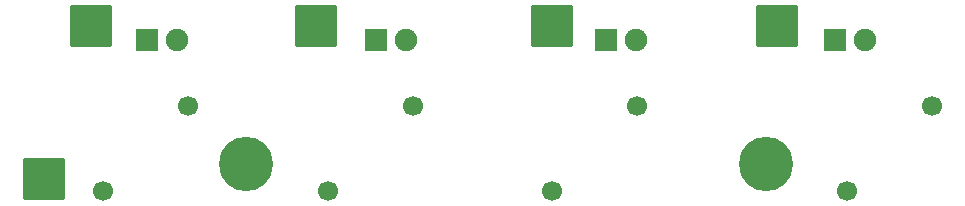
<source format=gbr>
%TF.GenerationSoftware,KiCad,Pcbnew,6.0.5*%
%TF.CreationDate,2022-09-22T17:46:00+02:00*%
%TF.ProjectId,ABS_Simulator_LEDs_b,4142535f-5369-46d7-956c-61746f725f4c,1.0*%
%TF.SameCoordinates,Original*%
%TF.FileFunction,Soldermask,Top*%
%TF.FilePolarity,Negative*%
%FSLAX46Y46*%
G04 Gerber Fmt 4.6, Leading zero omitted, Abs format (unit mm)*
G04 Created by KiCad (PCBNEW 6.0.5) date 2022-09-22 17:46:00*
%MOMM*%
%LPD*%
G01*
G04 APERTURE LIST*
G04 Aperture macros list*
%AMRoundRect*
0 Rectangle with rounded corners*
0 $1 Rounding radius*
0 $2 $3 $4 $5 $6 $7 $8 $9 X,Y pos of 4 corners*
0 Add a 4 corners polygon primitive as box body*
4,1,4,$2,$3,$4,$5,$6,$7,$8,$9,$2,$3,0*
0 Add four circle primitives for the rounded corners*
1,1,$1+$1,$2,$3*
1,1,$1+$1,$4,$5*
1,1,$1+$1,$6,$7*
1,1,$1+$1,$8,$9*
0 Add four rect primitives between the rounded corners*
20,1,$1+$1,$2,$3,$4,$5,0*
20,1,$1+$1,$4,$5,$6,$7,0*
20,1,$1+$1,$6,$7,$8,$9,0*
20,1,$1+$1,$8,$9,$2,$3,0*%
%AMHorizOval*
0 Thick line with rounded ends*
0 $1 width*
0 $2 $3 position (X,Y) of the first rounded end (center of the circle)*
0 $4 $5 position (X,Y) of the second rounded end (center of the circle)*
0 Add line between two ends*
20,1,$1,$2,$3,$4,$5,0*
0 Add two circle primitives to create the rounded ends*
1,1,$1,$2,$3*
1,1,$1,$4,$5*%
G04 Aperture macros list end*
%ADD10RoundRect,0.050000X-0.900000X-0.900000X0.900000X-0.900000X0.900000X0.900000X-0.900000X0.900000X0*%
%ADD11C,1.900000*%
%ADD12C,4.600000*%
%ADD13RoundRect,0.300002X-1.499998X-1.499998X1.499998X-1.499998X1.499998X1.499998X-1.499998X1.499998X0*%
%ADD14C,1.700000*%
%ADD15HorizOval,1.700000X0.000000X0.000000X0.000000X0.000000X0*%
G04 APERTURE END LIST*
D10*
%TO.C,D4*%
X149930000Y-85250000D03*
D11*
X152470000Y-85250000D03*
%TD*%
D12*
%TO.C,H1*%
X100100000Y-95750000D03*
%TD*%
D13*
%TO.C,J5*%
X145000000Y-84000000D03*
%TD*%
D10*
%TO.C,D1*%
X91730000Y-85250000D03*
D11*
X94270000Y-85250000D03*
%TD*%
D14*
%TO.C,R2*%
X107000000Y-98000000D03*
D15*
X114184205Y-90815795D03*
%TD*%
D14*
%TO.C,R3*%
X126000000Y-98000000D03*
D15*
X133184205Y-90815795D03*
%TD*%
D13*
%TO.C,J1*%
X83000000Y-97000000D03*
%TD*%
D12*
%TO.C,H2*%
X144100000Y-95750000D03*
%TD*%
D14*
%TO.C,R1*%
X88000000Y-98000000D03*
D15*
X95184205Y-90815795D03*
%TD*%
D14*
%TO.C,R4*%
X151000000Y-98000000D03*
D15*
X158184205Y-90815795D03*
%TD*%
D13*
%TO.C,J2*%
X87000000Y-84000000D03*
%TD*%
D10*
%TO.C,D3*%
X130525000Y-85250000D03*
D11*
X133065000Y-85250000D03*
%TD*%
D13*
%TO.C,J4*%
X126000000Y-84000000D03*
%TD*%
D10*
%TO.C,D2*%
X111125000Y-85250000D03*
D11*
X113665000Y-85250000D03*
%TD*%
D13*
%TO.C,J3*%
X106000000Y-84000000D03*
%TD*%
M02*

</source>
